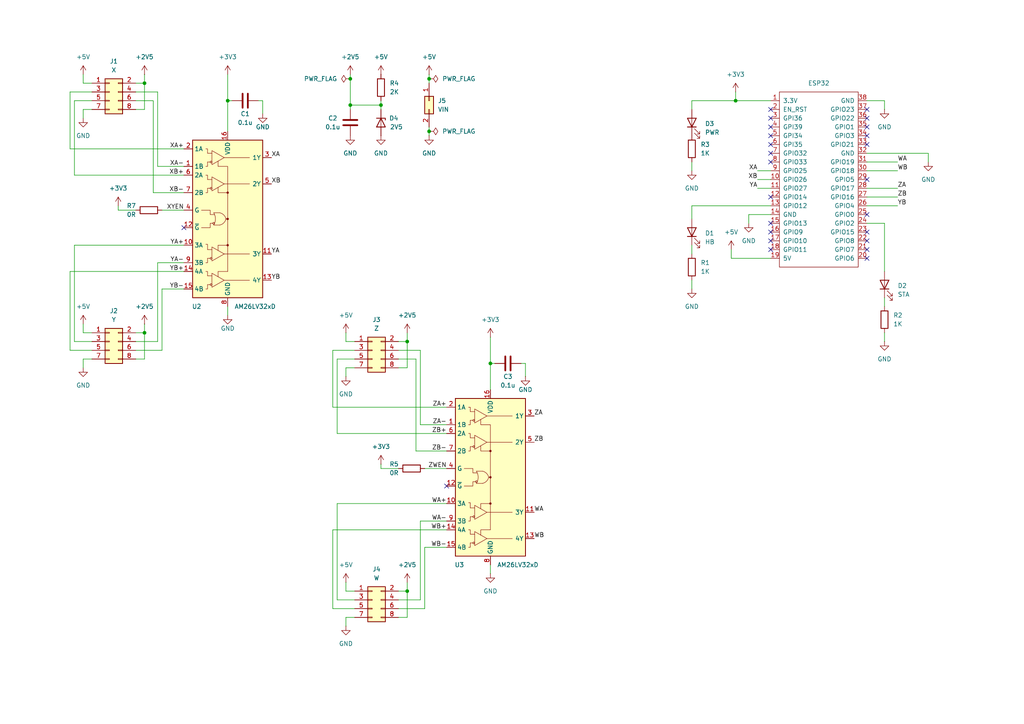
<source format=kicad_sch>
(kicad_sch (version 20250114) (generator "eeschema") (generator_version "9.0")
  (paper "A4")
  (title_block (title "dns' TouchDRO") (date "2025-02-22") (rev "0.1"))
  (lib_symbols
    (symbol "Connector_Generic:Conn_02x01" (pin_names (offset 1.016) (hide yes))
      (property "Reference" "J" (at 1.27 2.54 0))
      (property "Value" "Conn_02x01" (at 1.27 -2.54 0))
      (symbol "Conn_02x01_1_1"
        (rectangle (start -1.27 1.27) (end 3.81 -1.27) (stroke (width 0.254)) (fill (type background)))
        (rectangle (start -1.27 0.127) (end 0 -0.127) (stroke (width 0.1524)))
        (rectangle (start 3.81 0.127) (end 2.54 -0.127) (stroke (width 0.1524)))
        (pin passive line (at -5.08 0 0) (length 3.81) (name "Pin_1") (number "1"))
        (pin passive line (at 7.62 0 180) (length 3.81) (name "Pin_2") (number "2"))
      )
    )
    (symbol "Connector_Generic:Conn_02x04_Odd_Even" (pin_names (offset 1.016) (hide yes))
      (property "Reference" "J" (at 1.27 5.08 0))
      (property "Value" "Conn_02x04_Odd_Even" (at 1.27 -7.62 0))
      (symbol "Conn_02x04_Odd_Even_1_1"
        (rectangle (start -1.27 3.81) (end 3.81 -6.35) (stroke (width 0.254)) (fill (type background)))
        (rectangle (start -1.27 2.667) (end 0 2.413) (stroke (width 0.1524)))
        (rectangle (start -1.27 0.127) (end 0 -0.127) (stroke (width 0.1524)))
        (rectangle (start -1.27 -2.413) (end 0 -2.667) (stroke (width 0.1524)))
        (rectangle (start -1.27 -4.953) (end 0 -5.207) (stroke (width 0.1524)))
        (rectangle (start 3.81 2.667) (end 2.54 2.413) (stroke (width 0.1524)))
        (rectangle (start 3.81 0.127) (end 2.54 -0.127) (stroke (width 0.1524)))
        (rectangle (start 3.81 -2.413) (end 2.54 -2.667) (stroke (width 0.1524)))
        (rectangle (start 3.81 -4.953) (end 2.54 -5.207) (stroke (width 0.1524)))
        (pin passive line (at -5.08 2.54 0) (length 3.81) (name "Pin_1") (number "1"))
        (pin passive line (at -5.08 0 0) (length 3.81) (name "Pin_3") (number "3"))
        (pin passive line (at -5.08 -2.54 0) (length 3.81) (name "Pin_5") (number "5"))
        (pin passive line (at -5.08 -5.08 0) (length 3.81) (name "Pin_7") (number "7"))
        (pin passive line (at 7.62 2.54 180) (length 3.81) (name "Pin_2") (number "2"))
        (pin passive line (at 7.62 0 180) (length 3.81) (name "Pin_4") (number "4"))
        (pin passive line (at 7.62 -2.54 180) (length 3.81) (name "Pin_6") (number "6"))
        (pin passive line (at 7.62 -5.08 180) (length 3.81) (name "Pin_8") (number "8"))
      )
    )
    (symbol "Device:C" (pin_numbers (hide yes)) (pin_names (offset 0.254))
      (property "Reference" "C" (at 0.635 2.54 0))
      (property "Value" "C" (at 0.635 -2.54 0))
      (symbol "C_0_1"
        (polyline (pts (xy -2.032 0.762) (xy 2.032 0.762)) (stroke (width 0.508)))
        (polyline (pts (xy -2.032 -0.762) (xy 2.032 -0.762)) (stroke (width 0.508)))
      )
      (symbol "C_1_1"
        (pin passive line (at 0 3.81 270) (length 2.794) (name "~") (number "1"))
        (pin passive line (at 0 -3.81 90) (length 2.794) (name "~") (number "2"))
      )
    )
    (symbol "Device:D_Zener" (pin_numbers (hide yes)) (pin_names (offset 1.016) (hide yes))
      (property "Reference" "D" (at 0 2.54 0))
      (property "Value" "D_Zener" (at 0 -2.54 0))
      (symbol "D_Zener_0_1"
        (polyline (pts (xy -1.27 -1.27) (xy -1.27 1.27) (xy -0.762 1.27)) (stroke (width 0.254)))
        (polyline (pts (xy 1.27 0) (xy -1.27 0)))
        (polyline (pts (xy 1.27 -1.27) (xy 1.27 1.27) (xy -1.27 0) (xy 1.27 -1.27)) (stroke (width 0.254)))
      )
      (symbol "D_Zener_1_1"
        (pin passive line (at -3.81 0 0) (length 2.54) (name "K") (number "1"))
        (pin passive line (at 3.81 0 180) (length 2.54) (name "A") (number "2"))
      )
    )
    (symbol "Device:LED" (pin_numbers (hide yes)) (pin_names (offset 1.016) (hide yes))
      (property "Reference" "D" (at 0 2.54 0))
      (property "Value" "LED" (at 0 -2.54 0))
      (symbol "LED_0_1"
        (polyline (pts (xy -3.048 -0.762) (xy -4.572 -2.286) (xy -3.81 -2.286) (xy -4.572 -2.286) (xy -4.572 -1.524)))
        (polyline (pts (xy -1.778 -0.762) (xy -3.302 -2.286) (xy -2.54 -2.286) (xy -3.302 -2.286) (xy -3.302 -1.524)))
        (polyline (pts (xy -1.27 0) (xy 1.27 0)))
        (polyline (pts (xy -1.27 -1.27) (xy -1.27 1.27)) (stroke (width 0.254)))
        (polyline (pts (xy 1.27 -1.27) (xy 1.27 1.27) (xy -1.27 0) (xy 1.27 -1.27)) (stroke (width 0.254)))
      )
      (symbol "LED_1_1"
        (pin passive line (at -3.81 0 0) (length 2.54) (name "K") (number "1"))
        (pin passive line (at 3.81 0 180) (length 2.54) (name "A") (number "2"))
      )
    )
    (symbol "Device:R" (pin_numbers (hide yes)) (pin_names (offset 0))
      (property "Reference" "R" (at 2.032 0 90))
      (property "Value" "R" (at 0 0 90))
      (symbol "R_0_1"
        (rectangle (start -1.016 -2.54) (end 1.016 2.54) (stroke (width 0.254)))
      )
      (symbol "R_1_1"
        (pin passive line (at 0 3.81 270) (length 1.27) (name "~") (number "1"))
        (pin passive line (at 0 -3.81 90) (length 1.27) (name "~") (number "2"))
      )
    )
    (symbol "ESP32:ESP32-38Pin" (pin_names (offset 1.016))
      (property "Reference" "ESP32" (at 8.89 10.16 0))
      (symbol "ESP32-38Pin_0_1"
        (rectangle (start -2.54 7.62) (end 20.32 -43.18))
      )
      (symbol "ESP32-38Pin_1_1"
        (pin power_out line (at -5.08 5.08 0) (length 2.54) (name "3.3V") (number "1"))
        (pin passive line (at -5.08 2.54 0) (length 2.54) (name "EN_RST") (number "2"))
        (pin input line (at -5.08 0 0) (length 2.54) (name "GPI36") (number "3"))
        (pin input line (at -5.08 -2.54 0) (length 2.54) (name "GPI39") (number "4"))
        (pin input line (at -5.08 -5.08 0) (length 2.54) (name "GPI34") (number "5"))
        (pin input line (at -5.08 -7.62 0) (length 2.54) (name "GPI35") (number "6"))
        (pin bidirectional line (at -5.08 -10.16 0) (length 2.54) (name "GPIO32") (number "7"))
        (pin bidirectional line (at -5.08 -12.7 0) (length 2.54) (name "GPIO33") (number "8"))
        (pin bidirectional line (at -5.08 -15.24 0) (length 2.54) (name "GPIO25") (number "9"))
        (pin bidirectional line (at -5.08 -17.78 0) (length 2.54) (name "GPIO26") (number "10"))
        (pin bidirectional line (at -5.08 -20.32 0) (length 2.54) (name "GPIO27") (number "11"))
        (pin bidirectional line (at -5.08 -22.86 0) (length 2.54) (name "GPIO14") (number "12"))
        (pin bidirectional line (at -5.08 -25.4 0) (length 2.54) (name "GPIO12") (number "13"))
        (pin power_in line (at -5.08 -27.94 0) (length 2.54) (name "GND") (number "14"))
        (pin bidirectional line (at -5.08 -30.48 0) (length 2.54) (name "GPIO13") (number "15"))
        (pin bidirectional line (at -5.08 -33.02 0) (length 2.54) (name "GPIO9") (number "16"))
        (pin bidirectional line (at -5.08 -35.56 0) (length 2.54) (name "GPIO10") (number "17"))
        (pin bidirectional line (at -5.08 -38.1 0) (length 2.54) (name "GPIO11") (number "18"))
        (pin power_in line (at -5.08 -40.64 0) (length 2.54) (name "5V") (number "19"))
        (pin power_in line (at 22.86 5.08 180) (length 2.54) (name "GND") (number "38"))
        (pin bidirectional line (at 22.86 2.54 180) (length 2.54) (name "GPIO23") (number "37"))
        (pin bidirectional line (at 22.86 0 180) (length 2.54) (name "GPIO22") (number "36"))
        (pin bidirectional line (at 22.86 -2.54 180) (length 2.54) (name "GPIO1") (number "35"))
        (pin bidirectional line (at 22.86 -5.08 180) (length 2.54) (name "GPIO3") (number "34"))
        (pin bidirectional line (at 22.86 -7.62 180) (length 2.54) (name "GPIO21") (number "33"))
        (pin power_in line (at 22.86 -10.16 180) (length 2.54) (name "GND") (number "32"))
        (pin bidirectional line (at 22.86 -12.7 180) (length 2.54) (name "GPIO19") (number "31"))
        (pin bidirectional line (at 22.86 -15.24 180) (length 2.54) (name "GPIO18") (number "30"))
        (pin bidirectional line (at 22.86 -17.78 180) (length 2.54) (name "GPIO5") (number "29"))
        (pin bidirectional line (at 22.86 -20.32 180) (length 2.54) (name "GPIO17") (number "28"))
        (pin bidirectional line (at 22.86 -22.86 180) (length 2.54) (name "GPIO16") (number "27"))
        (pin bidirectional line (at 22.86 -25.4 180) (length 2.54) (name "GPIO4") (number "26"))
        (pin bidirectional line (at 22.86 -27.94 180) (length 2.54) (name "GPIO0") (number "25"))
        (pin bidirectional line (at 22.86 -30.48 180) (length 2.54) (name "GPIO2") (number "24"))
        (pin bidirectional line (at 22.86 -33.02 180) (length 2.54) (name "GPIO15") (number "23"))
        (pin bidirectional line (at 22.86 -35.56 180) (length 2.54) (name "GPIO8") (number "22"))
        (pin bidirectional line (at 22.86 -38.1 180) (length 2.54) (name "GPIO7") (number "21"))
        (pin bidirectional line (at 22.86 -40.64 180) (length 2.54) (name "GPIO6") (number "20"))
      )
    )
    (symbol "Interface:AM26LV32xD"
      (property "Reference" "U" (at -8.89 24.13 0))
      (property "Value" "AM26LV32xD" (at 10.16 24.13 0))
      (symbol "AM26LV32xD_0_1"
        (rectangle (start -10.16 22.86) (end 10.16 -22.86) (stroke (width 0.254)) (fill (type background)))
        (polyline (pts (xy -7.62 2.54) (xy -5.08 2.54) (xy -5.08 1.27) (xy -3.81 1.27)) (stroke (width 0.127)))
        (arc (start -4.064 1.778) (mid -3.5541 0) (end -4.064 -1.778) (stroke (width 0.127)))
        (polyline (pts (xy -5.842 19.05) (xy -4.572 19.05)) (stroke (width 0.127)))
        (polyline (pts (xy -5.842 19.05) (xy -5.842 20.32) (xy -6.35 20.32)) (stroke (width 0.127)))
        (polyline (pts (xy -5.842 16.51) (xy -5.08 16.51)) (stroke (width 0.127)))
        (polyline (pts (xy -5.842 16.51) (xy -5.842 15.24) (xy -6.096 15.24) (xy -6.35 15.24)) (stroke (width 0.127)))
        (polyline (pts (xy -5.842 11.43) (xy -5.842 12.7) (xy -6.35 12.7)) (stroke (width 0.127)))
        (polyline (pts (xy -5.842 8.89) (xy -5.842 7.62) (xy -6.35 7.62)) (stroke (width 0.127)))
        (polyline (pts (xy -5.842 -8.89) (xy -5.842 -7.366) (xy -6.35 -7.366)) (stroke (width 0.127)))
        (polyline (pts (xy -5.842 -11.43) (xy -5.842 -12.7) (xy -6.35 -12.7)) (stroke (width 0.127)))
        (polyline (pts (xy -5.842 -16.51) (xy -5.842 -15.24) (xy -6.35 -15.24)) (stroke (width 0.127)))
        (polyline (pts (xy -5.842 -19.05) (xy -5.842 -20.32) (xy -6.35 -20.32)) (stroke (width 0.127)))
        (circle (center -4.826 16.51) (radius 0.254))
        (polyline (pts (xy -4.572 19.812) (xy -4.572 15.748) (xy -1.016 17.78) (xy -4.572 19.812)) (stroke (width 0.127)))
        (polyline (pts (xy -4.318 -1.27) (xy -5.08 -1.27) (xy -5.08 -2.54) (xy -7.62 -2.54)) (stroke (width 0.127)))
        (circle (center -4.064 -1.27) (radius 0.254))
        (polyline (pts (xy -4.064 -1.778) (xy -2.286 -1.778)) (stroke (width 0.127)))
        (arc (start -0.508 0) (mid -1.1381 -1.1479) (end -2.286 -1.778) (stroke (width 0.127)))
        (arc (start -2.286 1.778) (mid -1.1381 1.1479) (end -0.508 0) (stroke (width 0.127)))
        (polyline (pts (xy -2.286 1.778) (xy -4.064 1.778)) (stroke (width 0.127)))
        (polyline (pts (xy -1.016 17.78) (xy 6.35 17.78)) (stroke (width 0.127)))
        (polyline (pts (xy -1.016 10.16) (xy 6.35 10.16)) (stroke (width 0.127)))
        (polyline (pts (xy -1.016 -10.16) (xy 6.35 -10.16)) (stroke (width 0.127)))
        (polyline (pts (xy -1.016 -17.78) (xy 6.35 -17.78)) (stroke (width 0.127)))
        (polyline (pts (xy -0.508 0) (xy 0 0)))
        (circle (center 0 7.62) (radius 0.254) (fill (type outline)))
        (polyline (pts (xy 0 7.62) (xy 0 0)) (stroke (width 0.127)))
        (polyline (pts (xy 0 7.62) (xy -2.794 7.62) (xy -2.794 9.144)) (stroke (width 0.127)))
        (polyline (pts (xy 0 7.62) (xy 0 15.24) (xy -2.794 15.24) (xy -2.794 16.764)) (stroke (width 0.127)))
        (polyline (pts (xy 0 0) (xy 0 -15.24)) (stroke (width 0.127)))
        (circle (center 0 0) (radius 0.254) (fill (type outline)))
        (polyline (pts (xy 0 -7.62) (xy -2.794 -7.62) (xy -2.794 -9.144)) (stroke (width 0.127)))
        (circle (center 0 -7.62) (radius 0.254) (fill (type outline)))
        (polyline (pts (xy 0 -15.24) (xy -2.794 -15.24) (xy -2.794 -16.764)) (stroke (width 0.127)))
      )
      (symbol "AM26LV32xD_1_1"
        (polyline (pts (xy -5.842 11.43) (xy -4.572 11.43)) (stroke (width 0.127)))
        (polyline (pts (xy -5.842 8.89) (xy -5.08 8.89)) (stroke (width 0.127)))
        (polyline (pts (xy -5.842 -8.89) (xy -4.572 -8.89)) (stroke (width 0.127)))
        (polyline (pts (xy -5.842 -11.43) (xy -5.08 -11.43)) (stroke (width 0.127)))
        (polyline (pts (xy -5.842 -16.51) (xy -4.572 -16.51)) (stroke (width 0.127)))
        (polyline (pts (xy -5.842 -19.05) (xy -5.08 -19.05)) (stroke (width 0.127)))
        (circle (center -4.826 8.89) (radius 0.254))
        (circle (center -4.826 -11.43) (radius 0.254))
        (circle (center -4.826 -19.05) (radius 0.254))
        (polyline (pts (xy -4.572 12.192) (xy -4.572 8.128) (xy -1.016 10.16) (xy -4.572 12.192)) (stroke (width 0.127)))
        (polyline (pts (xy -4.572 -8.128) (xy -4.572 -12.192) (xy -1.016 -10.16) (xy -4.572 -8.128)) (stroke (width 0.127)))
        (polyline (pts (xy -4.572 -15.748) (xy -4.572 -19.812) (xy -1.016 -17.78) (xy -4.572 -15.748)) (stroke (width 0.127)))
        (pin input line (at -12.7 20.32 0) (length 2.54) (name "1A") (number "2"))
        (pin input line (at -12.7 15.24 0) (length 2.54) (name "1B") (number "1"))
        (pin input line (at -12.7 12.7 0) (length 2.54) (name "2A") (number "6"))
        (pin input line (at -12.7 7.62 0) (length 2.54) (name "2B") (number "7"))
        (pin input line (at -12.7 2.54 0) (length 2.54) (name "G") (number "4"))
        (pin input line (at -12.7 -2.54 0) (length 2.54) (name "~{G}") (number "12"))
        (pin input line (at -12.7 -7.62 0) (length 2.54) (name "3A") (number "10"))
        (pin input line (at -12.7 -12.7 0) (length 2.54) (name "3B") (number "9"))
        (pin input line (at -12.7 -15.24 0) (length 2.54) (name "4A") (number "14"))
        (pin input line (at -12.7 -20.32 0) (length 2.54) (name "4B") (number "15"))
        (pin power_in line (at 0 25.4 270) (length 2.54) (name "VDD") (number "16"))
        (pin power_in line (at 0 -25.4 90) (length 2.54) (name "GND") (number "8"))
        (pin tri_state line (at 12.7 17.78 180) (length 2.54) (name "1Y") (number "3"))
        (pin tri_state line (at 12.7 10.16 180) (length 2.54) (name "2Y") (number "5"))
        (pin tri_state line (at 12.7 -10.16 180) (length 2.54) (name "3Y") (number "11"))
        (pin tri_state line (at 12.7 -17.78 180) (length 2.54) (name "4Y") (number "13"))
      )
    )
    (symbol "power:+2V5" (power) (pin_numbers (hide yes)) (pin_names (offset 0) (hide yes))
      (property "Value" "+2V5" (at 0 3.556 0))
      (symbol "+2V5_0_1"
        (polyline (pts (xy -0.762 1.27) (xy 0 2.54)))
        (polyline (pts (xy 0 2.54) (xy 0.762 1.27)))
        (polyline (pts (xy 0 0) (xy 0 2.54)))
      )
      (symbol "+2V5_1_1"
        (pin power_in line (at 0 0 90) (length 0) (name "~") (number "1"))
      )
    )
    (symbol "power:+3V3" (power) (pin_numbers (hide yes)) (pin_names (offset 0) (hide yes))
      (property "Value" "+3V3" (at 0 3.556 0))
      (symbol "+3V3_0_1"
        (polyline (pts (xy -0.762 1.27) (xy 0 2.54)))
        (polyline (pts (xy 0 2.54) (xy 0.762 1.27)))
        (polyline (pts (xy 0 0) (xy 0 2.54)))
      )
      (symbol "+3V3_1_1"
        (pin power_in line (at 0 0 90) (length 0) (name "~") (number "1"))
      )
    )
    (symbol "power:+5V" (power) (pin_numbers (hide yes)) (pin_names (offset 0) (hide yes))
      (property "Value" "+5V" (at 0 3.556 0))
      (symbol "+5V_0_1"
        (polyline (pts (xy -0.762 1.27) (xy 0 2.54)))
        (polyline (pts (xy 0 2.54) (xy 0.762 1.27)))
        (polyline (pts (xy 0 0) (xy 0 2.54)))
      )
      (symbol "+5V_1_1"
        (pin power_in line (at 0 0 90) (length 0) (name "~") (number "1"))
      )
    )
    (symbol "power:GND" (power) (pin_numbers (hide yes)) (pin_names (offset 0) (hide yes))
      (property "Value" "GND" (at 0 -3.81 0))
      (symbol "GND_0_1"
        (polyline (pts (xy 0 0) (xy 0 -1.27) (xy 1.27 -1.27) (xy 0 -2.54) (xy -1.27 -1.27) (xy 0 -1.27)))
      )
      (symbol "GND_1_1"
        (pin power_in line (at 0 0 270) (length 0) (name "~") (number "1"))
      )
    )
    (symbol "power:PWR_FLAG" (power) (pin_numbers (hide yes)) (pin_names (offset 0) (hide yes))
      (property "Value" "PWR_FLAG" (at 0 3.81 0))
      (symbol "PWR_FLAG_0_0"
        (pin power_out line (at 0 0 90) (length 0) (name "pwr") (number "1"))
      )
      (symbol "PWR_FLAG_0_1"
        (polyline (pts (xy 0 0) (xy 0 1.27) (xy -1.016 1.905) (xy 0 2.54) (xy 1.016 1.905) (xy 0 1.27)))
      )
    )
  )
  (junction (at 142.24 105.41))
  (junction (at 101.6 30.48))
  (junction (at 66.04 29.21))
  (junction (at 110.49 30.48))
  (junction (at 118.11 99.06))
  (junction (at 213.36 29.21))
  (junction (at 124.46 38.1))
  (junction (at 101.6 22.86))
  (junction (at 124.46 22.86))
  (junction (at 118.11 171.45))
  (junction (at 41.91 96.52))
  (junction (at 41.91 24.13))
  (no_connect (at 251.46 67.31))
  (no_connect (at 251.46 74.93))
  (no_connect (at 223.52 44.45))
  (no_connect (at 251.46 36.83))
  (no_connect (at 251.46 41.91))
  (no_connect (at 223.52 72.39))
  (no_connect (at 223.52 31.75))
  (no_connect (at 223.52 57.15))
  (no_connect (at 129.54 140.97))
  (no_connect (at 223.52 34.29))
  (no_connect (at 223.52 41.91))
  (no_connect (at 251.46 31.75))
  (no_connect (at 251.46 52.07))
  (no_connect (at 251.46 69.85))
  (no_connect (at 223.52 36.83))
  (no_connect (at 53.34 66.04))
  (no_connect (at 251.46 39.37))
  (no_connect (at 223.52 39.37))
  (no_connect (at 251.46 72.39))
  (no_connect (at 223.52 69.85))
  (no_connect (at 251.46 34.29))
  (no_connect (at 251.46 62.23))
  (no_connect (at 223.52 46.99))
  (no_connect (at 223.52 64.77))
  (no_connect (at 223.52 67.31))
  (wire (pts (xy 101.6 30.48) (xy 110.49 30.48)))
  (wire (pts (xy 251.46 54.61) (xy 260.35 54.61)))
  (wire (pts (xy 66.04 21.59) (xy 66.04 29.21)))
  (wire (pts (xy 100.33 106.68) (xy 102.87 106.68)))
  (wire (pts (xy 97.79 125.73) (xy 129.54 125.73)))
  (wire (pts (xy 251.46 49.53) (xy 260.35 49.53)))
  (wire (pts (xy 115.57 104.14) (xy 120.65 104.14)))
  (wire (pts (xy 110.49 134.62) (xy 110.49 135.89)))
  (wire (pts (xy 102.87 173.99) (xy 97.79 173.99)))
  (wire (pts (xy 151.13 105.41) (xy 152.4 105.41)))
  (wire (pts (xy 129.54 123.19) (xy 121.92 123.19)))
  (wire (pts (xy 101.6 22.86) (xy 101.6 30.48)))
  (wire (pts (xy 123.19 158.75) (xy 129.54 158.75)))
  (wire (pts (xy 39.37 96.52) (xy 41.91 96.52)))
  (wire (pts (xy 100.33 171.45) (xy 102.87 171.45)))
  (wire (pts (xy 256.54 29.21) (xy 256.54 31.75)))
  (wire (pts (xy 100.33 179.07) (xy 102.87 179.07)))
  (wire (pts (xy 24.13 106.68) (xy 24.13 104.14)))
  (wire (pts (xy 44.45 29.21) (xy 44.45 55.88)))
  (wire (pts (xy 200.66 59.69) (xy 200.66 63.5)))
  (wire (pts (xy 121.92 101.6) (xy 121.92 123.19)))
  (wire (pts (xy 21.59 71.12) (xy 53.34 71.12)))
  (wire (pts (xy 39.37 104.14) (xy 41.91 104.14)))
  (wire (pts (xy 142.24 105.41) (xy 142.24 113.03)))
  (wire (pts (xy 21.59 50.8) (xy 53.34 50.8)))
  (wire (pts (xy 41.91 96.52) (xy 41.91 104.14)))
  (wire (pts (xy 45.72 76.2) (xy 53.34 76.2)))
  (wire (pts (xy 20.32 26.67) (xy 26.67 26.67)))
  (wire (pts (xy 20.32 26.67) (xy 20.32 43.18)))
  (wire (pts (xy 20.32 101.6) (xy 26.67 101.6)))
  (wire (pts (xy 124.46 21.59) (xy 124.46 22.86)))
  (wire (pts (xy 256.54 64.77) (xy 256.54 78.74)))
  (wire (pts (xy 76.2 29.21) (xy 76.2 33.02)))
  (wire (pts (xy 41.91 24.13) (xy 41.91 21.59)))
  (wire (pts (xy 256.54 96.52) (xy 256.54 99.06)))
  (wire (pts (xy 118.11 171.45) (xy 118.11 168.91)))
  (wire (pts (xy 20.32 78.74) (xy 20.32 101.6)))
  (wire (pts (xy 219.71 49.53) (xy 223.52 49.53)))
  (wire (pts (xy 39.37 99.06) (xy 45.72 99.06)))
  (wire (pts (xy 120.65 130.81) (xy 129.54 130.81)))
  (wire (pts (xy 217.17 62.23) (xy 217.17 64.77)))
  (wire (pts (xy 24.13 21.59) (xy 24.13 24.13)))
  (wire (pts (xy 100.33 181.61) (xy 100.33 179.07)))
  (wire (pts (xy 256.54 86.36) (xy 256.54 88.9)))
  (wire (pts (xy 118.11 99.06) (xy 118.11 106.68)))
  (wire (pts (xy 20.32 43.18) (xy 53.34 43.18)))
  (wire (pts (xy 118.11 99.06) (xy 118.11 96.52)))
  (wire (pts (xy 24.13 93.98) (xy 24.13 96.52)))
  (wire (pts (xy 46.99 83.82) (xy 53.34 83.82)))
  (wire (pts (xy 115.57 101.6) (xy 121.92 101.6)))
  (wire (pts (xy 251.46 57.15) (xy 260.35 57.15)))
  (wire (pts (xy 41.91 24.13) (xy 41.91 31.75)))
  (wire (pts (xy 24.13 31.75) (xy 26.67 31.75)))
  (wire (pts (xy 100.33 99.06) (xy 102.87 99.06)))
  (wire (pts (xy 96.52 101.6) (xy 102.87 101.6)))
  (wire (pts (xy 115.57 176.53) (xy 123.19 176.53)))
  (wire (pts (xy 39.37 26.67) (xy 45.72 26.67)))
  (wire (pts (xy 269.24 44.45) (xy 269.24 46.99)))
  (wire (pts (xy 121.92 173.99) (xy 121.92 151.13)))
  (wire (pts (xy 118.11 171.45) (xy 118.11 179.07)))
  (wire (pts (xy 200.66 31.75) (xy 200.66 29.21)))
  (wire (pts (xy 34.29 60.96) (xy 39.37 60.96)))
  (wire (pts (xy 53.34 78.74) (xy 20.32 78.74)))
  (wire (pts (xy 115.57 99.06) (xy 118.11 99.06)))
  (wire (pts (xy 100.33 168.91) (xy 100.33 171.45)))
  (wire (pts (xy 39.37 31.75) (xy 41.91 31.75)))
  (wire (pts (xy 251.46 29.21) (xy 256.54 29.21)))
  (wire (pts (xy 53.34 48.26) (xy 45.72 48.26)))
  (wire (pts (xy 251.46 46.99) (xy 260.35 46.99)))
  (wire (pts (xy 100.33 96.52) (xy 100.33 99.06)))
  (wire (pts (xy 101.6 30.48) (xy 101.6 31.75)))
  (wire (pts (xy 46.99 83.82) (xy 46.99 101.6)))
  (wire (pts (xy 24.13 34.29) (xy 24.13 31.75)))
  (wire (pts (xy 96.52 118.11) (xy 129.54 118.11)))
  (wire (pts (xy 129.54 153.67) (xy 96.52 153.67)))
  (wire (pts (xy 100.33 109.22) (xy 100.33 106.68)))
  (wire (pts (xy 115.57 179.07) (xy 118.11 179.07)))
  (wire (pts (xy 24.13 24.13) (xy 26.67 24.13)))
  (wire (pts (xy 200.66 71.12) (xy 200.66 73.66)))
  (wire (pts (xy 121.92 151.13) (xy 129.54 151.13)))
  (wire (pts (xy 219.71 54.61) (xy 223.52 54.61)))
  (wire (pts (xy 97.79 104.14) (xy 97.79 125.73)))
  (wire (pts (xy 115.57 173.99) (xy 121.92 173.99)))
  (wire (pts (xy 96.52 153.67) (xy 96.52 176.53)))
  (wire (pts (xy 96.52 101.6) (xy 96.52 118.11)))
  (wire (pts (xy 26.67 29.21) (xy 21.59 29.21)))
  (wire (pts (xy 251.46 64.77) (xy 256.54 64.77)))
  (wire (pts (xy 212.09 72.39) (xy 212.09 74.93)))
  (wire (pts (xy 142.24 163.83) (xy 142.24 166.37)))
  (wire (pts (xy 123.19 176.53) (xy 123.19 158.75)))
  (wire (pts (xy 97.79 146.05) (xy 97.79 173.99)))
  (wire (pts (xy 200.66 81.28) (xy 200.66 83.82)))
  (wire (pts (xy 24.13 96.52) (xy 26.67 96.52)))
  (wire (pts (xy 142.24 105.41) (xy 143.51 105.41)))
  (wire (pts (xy 115.57 171.45) (xy 118.11 171.45)))
  (wire (pts (xy 46.99 60.96) (xy 53.34 60.96)))
  (wire (pts (xy 124.46 36.83) (xy 124.46 38.1)))
  (wire (pts (xy 44.45 55.88) (xy 53.34 55.88)))
  (wire (pts (xy 251.46 44.45) (xy 269.24 44.45)))
  (wire (pts (xy 219.71 52.07) (xy 223.52 52.07)))
  (wire (pts (xy 200.66 29.21) (xy 213.36 29.21)))
  (wire (pts (xy 123.19 135.89) (xy 129.54 135.89)))
  (wire (pts (xy 45.72 26.67) (xy 45.72 48.26)))
  (wire (pts (xy 212.09 74.93) (xy 223.52 74.93)))
  (wire (pts (xy 66.04 29.21) (xy 67.31 29.21)))
  (wire (pts (xy 110.49 29.21) (xy 110.49 30.48)))
  (wire (pts (xy 21.59 29.21) (xy 21.59 50.8)))
  (wire (pts (xy 101.6 21.59) (xy 101.6 22.86)))
  (wire (pts (xy 74.93 29.21) (xy 76.2 29.21)))
  (wire (pts (xy 102.87 104.14) (xy 97.79 104.14)))
  (wire (pts (xy 41.91 93.98) (xy 41.91 96.52)))
  (wire (pts (xy 152.4 105.41) (xy 152.4 109.22)))
  (wire (pts (xy 251.46 59.69) (xy 260.35 59.69)))
  (wire (pts (xy 120.65 104.14) (xy 120.65 130.81)))
  (wire (pts (xy 115.57 106.68) (xy 118.11 106.68)))
  (wire (pts (xy 39.37 101.6) (xy 46.99 101.6)))
  (wire (pts (xy 39.37 24.13) (xy 41.91 24.13)))
  (wire (pts (xy 96.52 176.53) (xy 102.87 176.53)))
  (wire (pts (xy 66.04 29.21) (xy 66.04 38.1)))
  (wire (pts (xy 39.37 29.21) (xy 44.45 29.21)))
  (wire (pts (xy 110.49 30.48) (xy 110.49 31.75)))
  (wire (pts (xy 213.36 29.21) (xy 223.52 29.21)))
  (wire (pts (xy 217.17 62.23) (xy 223.52 62.23)))
  (wire (pts (xy 124.46 38.1) (xy 124.46 39.37)))
  (wire (pts (xy 24.13 104.14) (xy 26.67 104.14)))
  (wire (pts (xy 124.46 22.86) (xy 124.46 24.13)))
  (wire (pts (xy 97.79 146.05) (xy 129.54 146.05)))
  (wire (pts (xy 34.29 59.69) (xy 34.29 60.96)))
  (wire (pts (xy 200.66 59.69) (xy 223.52 59.69)))
  (wire (pts (xy 66.04 88.9) (xy 66.04 91.44)))
  (wire (pts (xy 213.36 26.67) (xy 213.36 29.21)))
  (wire (pts (xy 200.66 46.99) (xy 200.66 49.53)))
  (wire (pts (xy 45.72 99.06) (xy 45.72 76.2)))
  (wire (pts (xy 26.67 99.06) (xy 21.59 99.06)))
  (wire (pts (xy 110.49 135.89) (xy 115.57 135.89)))
  (wire (pts (xy 21.59 71.12) (xy 21.59 99.06)))
  (wire (pts (xy 142.24 97.79) (xy 142.24 105.41)))
  (label "ZA" (at 154.94 120.65 0))
  (label "XA+" (at 53.34 43.18 180))
  (label "WB" (at 260.35 49.53 0))
  (label "YA" (at 219.71 54.61 180))
  (label "ZA" (at 260.35 54.61 0))
  (label "YA-" (at 53.34 76.2 180))
  (label "ZB" (at 154.94 128.27 0))
  (label "WB-" (at 129.54 158.75 180))
  (label "YA+" (at 53.34 71.12 180))
  (label "WA-" (at 129.54 151.13 180))
  (label "WA" (at 260.35 46.99 0))
  (label "ZB+" (at 129.54 125.73 180))
  (label "WA+" (at 129.54 146.05 180))
  (label "WA" (at 154.94 148.59 0))
  (label "YB" (at 78.74 81.28 0))
  (label "ZB-" (at 129.54 130.81 180))
  (label "ZA-" (at 129.54 123.19 180))
  (label "ZWEN" (at 129.54 135.89 180))
  (label "XA-" (at 53.34 48.26 180))
  (label "WB+" (at 129.54 153.67 180))
  (label "XA" (at 219.71 49.53 180))
  (label "XB" (at 219.71 52.07 180))
  (label "XB-" (at 53.34 55.88 180))
  (label "YB" (at 260.35 59.69 0))
  (label "YB+" (at 53.34 78.74 180))
  (label "YB-" (at 53.34 83.82 180))
  (label "XB" (at 78.74 53.34 0))
  (label "ZB" (at 260.35 57.15 0))
  (label "XA" (at 78.74 45.72 0))
  (label "WB" (at 154.94 156.21 0))
  (label "XYEN" (at 53.34 60.96 180))
  (label "ZA+" (at 129.54 118.11 180))
  (label "XB+" (at 53.34 50.8 180))
  (label "YA" (at 78.74 73.66 0))
  (symbol (lib_id "Connector_Generic:Conn_02x04_Odd_Even") (at 107.95 101.6 0) (unit 1)
    (property "Reference" "J3" (at 109.22 92.71 0))
    (property "Value" "Z" (at 109.22 95.25 0))
    (property "Footprint" "Connector_PinHeader_2.54mm:PinHeader_2x04_P2.54mm_Vertical" (effects (hide yes)))
  )
  (symbol (lib_id "power:+5V") (at 212.09 72.39 0) (unit 1)
    (property "Reference" "#PWR010" (effects (hide yes)))
    (property "Value" "+5V" (at 212.09 67.31 0))
    (property "Description" "Power symbol creates a global label with name \"+5V\"" (effects (hide yes)))
  )
  (symbol (lib_id "power:PWR_FLAG") (at 124.46 22.86 270) (unit 1)
    (property "Reference" "#FLG01" (effects (hide yes)))
    (property "Value" "PWR_FLAG" (at 128.27 22.86 90) (effects (justify left)))
  )
  (symbol (lib_id "power:GND") (at 110.49 39.37 0) (unit 1)
    (property "Reference" "#PWR029" (effects (hide yes)))
    (property "Value" "GND" (at 110.49 44.45 0))
    (property "Description" "Power symbol creates a global label with name \"GND\" , ground" (effects (hide yes)))
  )
  (symbol (lib_id "power:+3V3") (at 213.36 26.67 0) (mirror y) (unit 1)
    (property "Reference" "#PWR011" (effects (hide yes)))
    (property "Value" "+3V3" (at 213.36 21.59 0))
    (property "Description" "Power symbol creates a global label with name \"+3V3\"" (effects (hide yes)))
  )
  (symbol (lib_id "Device:LED") (at 200.66 35.56 90) (unit 1)
    (property "Reference" "D3" (at 204.47 35.8775 90) (effects (justify right)))
    (property "Value" "PWR" (at 204.47 38.4175 90) (effects (justify right)))
    (property "Footprint" "LED_SMD:LED_0805_2012Metric" (effects (hide yes)))
    (property "Description" "Light emitting diode" (effects (hide yes)))
    (property "Sim.Pins" "1=K 2=A" (effects (hide yes)))
  )
  (symbol (lib_id "power:+2V5") (at 41.91 21.59 0) (unit 1)
    (property "Reference" "#PWR014" (effects (hide yes)))
    (property "Value" "+2V5" (at 41.91 16.51 0))
    (property "Description" "Power symbol creates a global label with name \"+2V5\"" (effects (hide yes)))
  )
  (symbol (lib_id "power:GND") (at 152.4 109.22 0) (unit 1)
    (property "Reference" "#PWR033" (effects (hide yes)))
    (property "Value" "GND" (at 152.4 113.03 0))
    (property "Description" "Power symbol creates a global label with name \"GND\" , ground" (effects (hide yes)))
  )
  (symbol (lib_id "power:GND") (at 100.33 109.22 0) (unit 1)
    (property "Reference" "#PWR022" (effects (hide yes)))
    (property "Value" "GND" (at 100.33 114.3 0))
    (property "Description" "Power symbol creates a global label with name \"GND\" , ground" (effects (hide yes)))
  )
  (symbol (lib_id "power:+3V3") (at 110.49 134.62 0) (mirror y) (unit 1)
    (property "Reference" "#PWR031" (effects (hide yes)))
    (property "Value" "+3V3" (at 110.49 129.54 0))
    (property "Description" "Power symbol creates a global label with name \"+3V3\"" (effects (hide yes)))
  )
  (symbol (lib_id "power:+5V") (at 24.13 93.98 0) (unit 1)
    (property "Reference" "#PWR017" (effects (hide yes)))
    (property "Value" "+5V" (at 24.13 88.9 0))
    (property "Description" "Power symbol creates a global label with name \"+5V\"" (effects (hide yes)))
  )
  (symbol (lib_id "Device:R") (at 200.66 43.18 0) (unit 1)
    (property "Reference" "R3" (at 203.2 41.91 0) (effects (justify left)))
    (property "Value" "1K" (at 203.2 44.45 0) (effects (justify left)))
    (property "Footprint" "Resistor_SMD:R_0603_1608Metric" (effects (hide yes)))
  )
  (symbol (lib_id "power:+3V3") (at 66.04 21.59 0) (unit 1)
    (property "Reference" "#PWR06" (effects (hide yes)))
    (property "Value" "+3V3" (at 66.04 16.51 0))
    (property "Description" "Power symbol creates a global label with name \"+3V3\"" (effects (hide yes)))
  )
  (symbol (lib_id "power:GND") (at 200.66 83.82 0) (unit 1)
    (property "Reference" "#PWR01" (effects (hide yes)))
    (property "Value" "GND" (at 200.66 88.9 0))
    (property "Description" "Power symbol creates a global label with name \"GND\" , ground" (effects (hide yes)))
  )
  (symbol (lib_id "power:GND") (at 200.66 49.53 0) (unit 1)
    (property "Reference" "#PWR012" (effects (hide yes)))
    (property "Value" "GND" (at 200.66 54.61 0))
    (property "Description" "Power symbol creates a global label with name \"GND\" , ground" (effects (hide yes)))
  )
  (symbol (lib_id "Device:R") (at 110.49 25.4 0) (unit 1)
    (property "Reference" "R4" (at 113.03 24.13 0) (effects (justify left)))
    (property "Value" "2K" (at 113.03 26.67 0) (effects (justify left)))
    (property "Footprint" "Resistor_SMD:R_0603_1608Metric" (effects (hide yes)))
  )
  (symbol (lib_id "Device:R") (at 256.54 92.71 0) (unit 1)
    (property "Reference" "R2" (at 259.08 91.44 0) (effects (justify left)))
    (property "Value" "1K" (at 259.08 93.98 0) (effects (justify left)))
    (property "Footprint" "Resistor_SMD:R_0603_1608Metric" (effects (hide yes)))
  )
  (symbol (lib_id "Device:C") (at 71.12 29.21 90) (unit 1)
    (property "Reference" "C1" (at 71.12 33.02 90))
    (property "Value" "0.1u" (at 71.12 35.56 90))
    (property "Footprint" "Capacitor_SMD:C_0805_2012Metric" (effects (hide yes)))
  )
  (symbol (lib_id "power:GND") (at 24.13 34.29 0) (unit 1)
    (property "Reference" "#PWR015" (effects (hide yes)))
    (property "Value" "GND" (at 24.13 39.37 0))
    (property "Description" "Power symbol creates a global label with name \"GND\" , ground" (effects (hide yes)))
  )
  (symbol (lib_id "Device:C") (at 147.32 105.41 90) (unit 1)
    (property "Reference" "C3" (at 147.32 109.22 90))
    (property "Value" "0.1u" (at 147.32 111.76 90))
    (property "Footprint" "Capacitor_SMD:C_0805_2012Metric" (effects (hide yes)))
  )
  (symbol (lib_id "Connector_Generic:Conn_02x04_Odd_Even") (at 31.75 26.67 0) (unit 1)
    (property "Reference" "J1" (at 33.02 17.78 0))
    (property "Value" "X" (at 33.02 20.32 0))
    (property "Footprint" "Connector_PinHeader_2.54mm:PinHeader_2x04_P2.54mm_Vertical" (effects (hide yes)))
  )
  (symbol (lib_id "power:GND") (at 256.54 31.75 0) (unit 1)
    (property "Reference" "#PWR04" (effects (hide yes)))
    (property "Value" "GND" (at 256.54 36.83 0))
    (property "Description" "Power symbol creates a global label with name \"GND\" , ground" (effects (hide yes)))
  )
  (symbol (lib_id "power:GND") (at 66.04 91.44 0) (unit 1)
    (property "Reference" "#PWR08" (effects (hide yes)))
    (property "Value" "GND" (at 66.04 95.25 0))
    (property "Description" "Power symbol creates a global label with name \"GND\" , ground" (effects (hide yes)))
  )
  (symbol (lib_id "Device:LED") (at 256.54 82.55 90) (unit 1)
    (property "Reference" "D2" (at 260.35 82.8675 90) (effects (justify right)))
    (property "Value" "STA" (at 260.35 85.4075 90) (effects (justify right)))
    (property "Footprint" "LED_SMD:LED_0805_2012Metric" (effects (hide yes)))
    (property "Description" "Light emitting diode" (effects (hide yes)))
    (property "Sim.Pins" "1=K 2=A" (effects (hide yes)))
  )
  (symbol (lib_id "Device:R") (at 119.38 135.89 90) (unit 1)
    (property "Reference" "R5" (at 114.3 134.62 90))
    (property "Value" "0R" (at 114.3 137.16 90))
    (property "Footprint" "Jumper:SolderJumper-2_P1.3mm_Bridged_RoundedPad1.0x1.5mm" (effects (hide yes)))
  )
  (symbol (lib_id "Interface:AM26LV32xD") (at 66.04 63.5 0) (unit 1)
    (property "Reference" "U2" (at 58.42 88.9 0) (effects (justify right)))
    (property "Value" "AM26LV32xD" (at 80.01 88.9 0) (effects (justify right)))
    (property "Footprint" "Package_SO:SOIC-16_3.9x9.9mm_P1.27mm" (effects (hide yes)))
    (property "Datasheet" "http://www.ti.com/lit/ds/symlink/am26lv32.pdf" (effects (hide yes)))
  )
  (symbol (lib_id "ESP32:ESP32-38Pin") (at 228.6 34.29 0) (unit 1)
    (property "Reference" "ESP32" (at 237.49 24.13 0))
    (property "Value" "ESP32" (effects (hide yes)))
    (property "Footprint" "ESP32:ESP32-38Pin" (effects (hide yes)))
    (property "Datasheet" "https://docs.espressif.com/projects/esp-idf/en/latest/get-started/get-started-devkitc.html" (effects (hide yes)))
  )
  (symbol (lib_id "power:GND") (at 24.13 106.68 0) (unit 1)
    (property "Reference" "#PWR018" (effects (hide yes)))
    (property "Value" "GND" (at 24.13 111.76 0))
    (property "Description" "Power symbol creates a global label with name \"GND\" , ground" (effects (hide yes)))
  )
  (symbol (lib_id "power:GND") (at 100.33 181.61 0) (unit 1)
    (property "Reference" "#PWR024" (effects (hide yes)))
    (property "Value" "GND" (at 100.33 186.69 0))
    (property "Description" "Power symbol creates a global label with name \"GND\" , ground" (effects (hide yes)))
  )
  (symbol (lib_id "Device:C") (at 101.6 35.56 180) (unit 1)
    (property "Reference" "C2" (at 96.52 34.29 0))
    (property "Value" "0.1u" (at 96.52 36.83 0))
    (property "Footprint" "Capacitor_SMD:C_0805_2012Metric" (effects (hide yes)))
  )
  (symbol (lib_id "power:GND") (at 76.2 33.02 0) (unit 1)
    (property "Reference" "#PWR016" (effects (hide yes)))
    (property "Value" "GND" (at 76.2 36.83 0))
    (property "Description" "Power symbol creates a global label with name \"GND\" , ground" (effects (hide yes)))
  )
  (symbol (lib_id "power:PWR_FLAG") (at 124.46 38.1 270) (unit 1)
    (property "Reference" "#FLG02" (effects (hide yes)))
    (property "Value" "PWR_FLAG" (at 128.27 38.1 90) (effects (justify left)))
  )
  (symbol (lib_id "Connector_Generic:Conn_02x04_Odd_Even") (at 31.75 99.06 0) (unit 1)
    (property "Reference" "J2" (at 33.02 90.17 0))
    (property "Value" "Y" (at 33.02 92.71 0))
    (property "Footprint" "Connector_PinHeader_2.54mm:PinHeader_2x04_P2.54mm_Vertical" (effects (hide yes)))
  )
  (symbol (lib_id "power:GND") (at 124.46 39.37 0) (unit 1)
    (property "Reference" "#PWR034" (effects (hide yes)))
    (property "Value" "GND" (at 124.46 44.45 0))
    (property "Description" "Power symbol creates a global label with name \"GND\" , ground" (effects (hide yes)))
  )
  (symbol (lib_id "power:GND") (at 217.17 64.77 0) (unit 1)
    (property "Reference" "#PWR03" (effects (hide yes)))
    (property "Value" "GND" (at 217.17 69.85 0))
    (property "Description" "Power symbol creates a global label with name \"GND\" , ground" (effects (hide yes)))
  )
  (symbol (lib_id "power:GND") (at 101.6 39.37 0) (unit 1)
    (property "Reference" "#PWR027" (effects (hide yes)))
    (property "Value" "GND" (at 101.6 44.45 0))
    (property "Description" "Power symbol creates a global label with name \"GND\" , ground" (effects (hide yes)))
  )
  (symbol (lib_id "Device:R") (at 43.18 60.96 90) (unit 1)
    (property "Reference" "R7" (at 38.1 59.69 90))
    (property "Value" "0R" (at 38.1 62.23 90))
    (property "Footprint" "Jumper:SolderJumper-2_P1.3mm_Bridged_RoundedPad1.0x1.5mm" (effects (hide yes)))
  )
  (symbol (lib_id "power:+3V3") (at 34.29 59.69 0) (mirror y) (unit 1)
    (property "Reference" "#PWR036" (effects (hide yes)))
    (property "Value" "+3V3" (at 34.29 54.61 0))
    (property "Description" "Power symbol creates a global label with name \"+3V3\"" (effects (hide yes)))
  )
  (symbol (lib_id "power:+2V5") (at 118.11 168.91 0) (unit 1)
    (property "Reference" "#PWR025" (effects (hide yes)))
    (property "Value" "+2V5" (at 118.11 163.83 0))
    (property "Description" "Power symbol creates a global label with name \"+2V5\"" (effects (hide yes)))
  )
  (symbol (lib_id "Device:LED") (at 200.66 67.31 90) (unit 1)
    (property "Reference" "D1" (at 204.47 67.6275 90) (effects (justify right)))
    (property "Value" "HB" (at 204.47 70.1675 90) (effects (justify right)))
    (property "Footprint" "LED_SMD:LED_0805_2012Metric" (effects (hide yes)))
    (property "Description" "Light emitting diode" (effects (hide yes)))
    (property "Sim.Pins" "1=K 2=A" (effects (hide yes)))
  )
  (symbol (lib_id "power:GND") (at 142.24 166.37 0) (unit 1)
    (property "Reference" "#PWR07" (effects (hide yes)))
    (property "Value" "GND" (at 142.24 171.45 0))
    (property "Description" "Power symbol creates a global label with name \"GND\" , ground" (effects (hide yes)))
  )
  (symbol (lib_id "Interface:AM26LV32xD") (at 142.24 138.43 0) (unit 1)
    (property "Reference" "U3" (at 134.62 163.83 0) (effects (justify right)))
    (property "Value" "AM26LV32xD" (at 156.21 163.83 0) (effects (justify right)))
    (property "Footprint" "Package_SO:SOIC-16_3.9x9.9mm_P1.27mm" (effects (hide yes)))
    (property "Datasheet" "http://www.ti.com/lit/ds/symlink/am26lv32.pdf" (effects (hide yes)))
  )
  (symbol (lib_id "power:+2V5") (at 101.6 21.59 0) (unit 1)
    (property "Reference" "#PWR020" (effects (hide yes)))
    (property "Value" "+2V5" (at 101.6 16.51 0))
    (property "Description" "Power symbol creates a global label with name \"+2V5\"" (effects (hide yes)))
  )
  (symbol (lib_id "power:+5V") (at 110.49 21.59 0) (unit 1)
    (property "Reference" "#PWR030" (effects (hide yes)))
    (property "Value" "+5V" (at 110.49 16.51 0))
    (property "Description" "Power symbol creates a global label with name \"+5V\"" (effects (hide yes)))
  )
  (symbol (lib_id "power:+2V5") (at 41.91 93.98 0) (unit 1)
    (property "Reference" "#PWR019" (effects (hide yes)))
    (property "Value" "+2V5" (at 41.91 88.9 0))
    (property "Description" "Power symbol creates a global label with name \"+2V5\"" (effects (hide yes)))
  )
  (symbol (lib_id "power:+5V") (at 24.13 21.59 0) (unit 1)
    (property "Reference" "#PWR013" (effects (hide yes)))
    (property "Value" "+5V" (at 24.13 16.51 0))
    (property "Description" "Power symbol creates a global label with name \"+5V\"" (effects (hide yes)))
  )
  (symbol (lib_id "power:PWR_FLAG") (at 101.6 22.86 90) (mirror x) (unit 1)
    (property "Reference" "#FLG03" (effects (hide yes)))
    (property "Value" "PWR_FLAG" (at 97.79 22.86 90) (effects (justify left)))
  )
  (symbol (lib_id "Device:R") (at 200.66 77.47 0) (unit 1)
    (property "Reference" "R1" (at 203.2 76.2 0) (effects (justify left)))
    (property "Value" "1K" (at 203.2 78.74 0) (effects (justify left)))
    (property "Footprint" "Resistor_SMD:R_0603_1608Metric" (effects (hide yes)))
  )
  (symbol (lib_id "power:+2V5") (at 118.11 96.52 0) (unit 1)
    (property "Reference" "#PWR026" (effects (hide yes)))
    (property "Value" "+2V5" (at 118.11 91.44 0))
    (property "Description" "Power symbol creates a global label with name \"+2V5\"" (effects (hide yes)))
  )
  (symbol (lib_id "Connector_Generic:Conn_02x01") (at 124.46 29.21 270) (unit 1)
    (property "Reference" "J5" (at 127 29.21 90) (effects (justify left)))
    (property "Value" "VIN" (at 127 31.75 90) (effects (justify left)))
    (property "Footprint" "Connector_PinHeader_2.54mm:PinHeader_1x02_P2.54mm_Vertical" (effects (hide yes)))
  )
  (symbol (lib_id "power:+3V3") (at 142.24 97.79 0) (unit 1)
    (property "Reference" "#PWR09" (effects (hide yes)))
    (property "Value" "+3V3" (at 142.24 92.71 0))
    (property "Description" "Power symbol creates a global label with name \"+3V3\"" (effects (hide yes)))
  )
  (symbol (lib_id "Connector_Generic:Conn_02x04_Odd_Even") (at 107.95 173.99 0) (unit 1)
    (property "Reference" "J4" (at 109.22 165.1 0))
    (property "Value" "W" (at 109.22 167.64 0))
    (property "Footprint" "Connector_PinHeader_2.54mm:PinHeader_2x04_P2.54mm_Vertical" (effects (hide yes)))
  )
  (symbol (lib_id "power:GND") (at 269.24 46.99 0) (unit 1)
    (property "Reference" "#PWR05" (effects (hide yes)))
    (property "Value" "GND" (at 269.24 52.07 0))
    (property "Description" "Power symbol creates a global label with name \"GND\" , ground" (effects (hide yes)))
  )
  (symbol (lib_id "power:+5V") (at 100.33 96.52 0) (unit 1)
    (property "Reference" "#PWR021" (effects (hide yes)))
    (property "Value" "+5V" (at 100.33 91.44 0))
    (property "Description" "Power symbol creates a global label with name \"+5V\"" (effects (hide yes)))
  )
  (symbol (lib_id "power:+5V") (at 100.33 168.91 0) (unit 1)
    (property "Reference" "#PWR023" (effects (hide yes)))
    (property "Value" "+5V" (at 100.33 163.83 0))
    (property "Description" "Power symbol creates a global label with name \"+5V\"" (effects (hide yes)))
  )
  (symbol (lib_id "power:+5V") (at 124.46 21.59 0) (unit 1)
    (property "Reference" "#PWR035" (effects (hide yes)))
    (property "Value" "+5V" (at 124.46 16.51 0))
    (property "Description" "Power symbol creates a global label with name \"+5V\"" (effects (hide yes)))
  )
  (symbol (lib_id "Device:D_Zener") (at 110.49 35.56 270) (unit 1)
    (property "Reference" "D4" (at 115.57 34.29 90) (effects (justify right)))
    (property "Value" "2V5" (at 116.84 36.83 90) (effects (justify right)))
    (property "Footprint" "Diode_SMD:D_0805_2012Metric" (effects (hide yes)))
  )
  (symbol (lib_id "power:GND") (at 256.54 99.06 0) (unit 1)
    (property "Reference" "#PWR02" (effects (hide yes)))
    (property "Value" "GND" (at 256.54 104.14 0))
    (property "Description" "Power symbol creates a global label with name \"GND\" , ground" (effects (hide yes)))
  )
)
</source>
